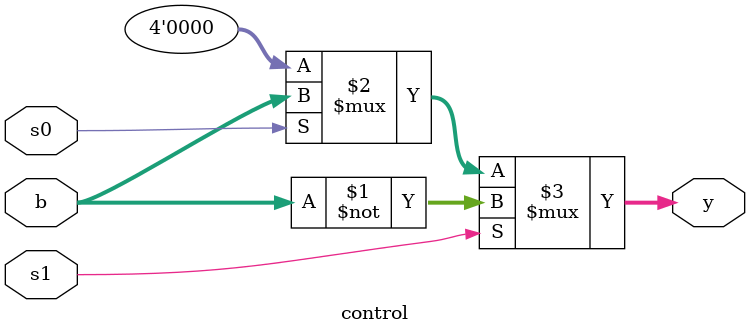
<source format=v>
module control(
    input [3:0] b,
    input s0,
    input s1,
    output [3:0] y
);
    assign y = s1 ? (~b) : (s0 ? b : 4'b0000);
endmodule
</source>
